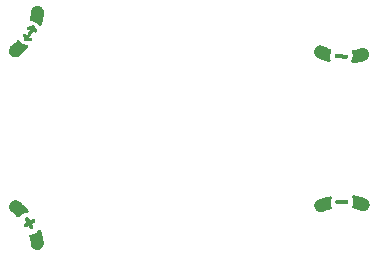
<source format=gbo>
%TF.GenerationSoftware,KiCad,Pcbnew,9.0.0*%
%TF.CreationDate,2025-03-25T13:50:56+00:00*%
%TF.ProjectId,vm_rp2040_pogo_mh_0.1,766d5f72-7032-4303-9430-5f706f676f5f,v0.1*%
%TF.SameCoordinates,Original*%
%TF.FileFunction,Legend,Bot*%
%TF.FilePolarity,Positive*%
%FSLAX45Y45*%
G04 Gerber Fmt 4.5, Leading zero omitted, Abs format (unit mm)*
G04 Created by KiCad (PCBNEW 9.0.0) date 2025-03-25 13:50:56*
%MOMM*%
%LPD*%
G01*
G04 APERTURE LIST*
%ADD10C,0.010000*%
G04 APERTURE END LIST*
D10*
%TO.C,MH3*%
X-1273165Y-610291D02*
X-1266828Y-611769D01*
X-1263640Y-612893D01*
X-1259823Y-614671D01*
X-1255701Y-617021D01*
X-1251229Y-619971D01*
X-1246357Y-623550D01*
X-1241630Y-627236D01*
X-1230373Y-636529D01*
X-1219535Y-646208D01*
X-1209192Y-656202D01*
X-1199417Y-666434D01*
X-1190286Y-676832D01*
X-1181874Y-687321D01*
X-1181853Y-687348D01*
X-1179819Y-690182D01*
X-1178377Y-692614D01*
X-1177498Y-694736D01*
X-1177155Y-696642D01*
X-1177320Y-698423D01*
X-1177963Y-700173D01*
X-1178206Y-700630D01*
X-1179425Y-702249D01*
X-1181106Y-703578D01*
X-1183329Y-704659D01*
X-1186175Y-705533D01*
X-1189725Y-706242D01*
X-1194297Y-707101D01*
X-1202716Y-709286D01*
X-1210948Y-712201D01*
X-1218902Y-715809D01*
X-1226491Y-720071D01*
X-1233626Y-724951D01*
X-1236531Y-727212D01*
X-1240638Y-730722D01*
X-1244617Y-734536D01*
X-1248696Y-738866D01*
X-1248758Y-738934D01*
X-1250641Y-740978D01*
X-1252150Y-742501D01*
X-1253407Y-743601D01*
X-1254532Y-744371D01*
X-1255647Y-744908D01*
X-1256872Y-745306D01*
X-1258502Y-745618D01*
X-1260235Y-745586D01*
X-1261954Y-745105D01*
X-1263743Y-744129D01*
X-1265686Y-742611D01*
X-1267867Y-740505D01*
X-1270369Y-737762D01*
X-1273798Y-733914D01*
X-1280177Y-727149D01*
X-1286752Y-720693D01*
X-1293665Y-714416D01*
X-1301058Y-708185D01*
X-1309074Y-701869D01*
X-1309110Y-701842D01*
X-1311269Y-700157D01*
X-1313381Y-698448D01*
X-1315299Y-696840D01*
X-1316874Y-695457D01*
X-1317958Y-694421D01*
X-1319556Y-692677D01*
X-1323239Y-687864D01*
X-1326316Y-682619D01*
X-1328759Y-677032D01*
X-1330536Y-671195D01*
X-1331618Y-665198D01*
X-1331976Y-659133D01*
X-1331578Y-653090D01*
X-1331524Y-652691D01*
X-1330321Y-646848D01*
X-1328400Y-641152D01*
X-1325814Y-635695D01*
X-1322622Y-630570D01*
X-1318880Y-625866D01*
X-1314643Y-621676D01*
X-1309969Y-618091D01*
X-1309159Y-617561D01*
X-1303611Y-614459D01*
X-1297827Y-612104D01*
X-1291848Y-610504D01*
X-1285717Y-609664D01*
X-1279476Y-609591D01*
X-1273165Y-610291D01*
G36*
X-1273165Y-610291D02*
G01*
X-1266828Y-611769D01*
X-1263640Y-612893D01*
X-1259823Y-614671D01*
X-1255701Y-617021D01*
X-1251229Y-619971D01*
X-1246357Y-623550D01*
X-1241630Y-627236D01*
X-1230373Y-636529D01*
X-1219535Y-646208D01*
X-1209192Y-656202D01*
X-1199417Y-666434D01*
X-1190286Y-676832D01*
X-1181874Y-687321D01*
X-1181853Y-687348D01*
X-1179819Y-690182D01*
X-1178377Y-692614D01*
X-1177498Y-694736D01*
X-1177155Y-696642D01*
X-1177320Y-698423D01*
X-1177963Y-700173D01*
X-1178206Y-700630D01*
X-1179425Y-702249D01*
X-1181106Y-703578D01*
X-1183329Y-704659D01*
X-1186175Y-705533D01*
X-1189725Y-706242D01*
X-1194297Y-707101D01*
X-1202716Y-709286D01*
X-1210948Y-712201D01*
X-1218902Y-715809D01*
X-1226491Y-720071D01*
X-1233626Y-724951D01*
X-1236531Y-727212D01*
X-1240638Y-730722D01*
X-1244617Y-734536D01*
X-1248696Y-738866D01*
X-1248758Y-738934D01*
X-1250641Y-740978D01*
X-1252150Y-742501D01*
X-1253407Y-743601D01*
X-1254532Y-744371D01*
X-1255647Y-744908D01*
X-1256872Y-745306D01*
X-1258502Y-745618D01*
X-1260235Y-745586D01*
X-1261954Y-745105D01*
X-1263743Y-744129D01*
X-1265686Y-742611D01*
X-1267867Y-740505D01*
X-1270369Y-737762D01*
X-1273798Y-733914D01*
X-1280177Y-727149D01*
X-1286752Y-720693D01*
X-1293665Y-714416D01*
X-1301058Y-708185D01*
X-1309074Y-701869D01*
X-1309110Y-701842D01*
X-1311269Y-700157D01*
X-1313381Y-698448D01*
X-1315299Y-696840D01*
X-1316874Y-695457D01*
X-1317958Y-694421D01*
X-1319556Y-692677D01*
X-1323239Y-687864D01*
X-1326316Y-682619D01*
X-1328759Y-677032D01*
X-1330536Y-671195D01*
X-1331618Y-665198D01*
X-1331976Y-659133D01*
X-1331578Y-653090D01*
X-1331524Y-652691D01*
X-1330321Y-646848D01*
X-1328400Y-641152D01*
X-1325814Y-635695D01*
X-1322622Y-630570D01*
X-1318880Y-625866D01*
X-1314643Y-621676D01*
X-1309969Y-618091D01*
X-1309159Y-617561D01*
X-1303611Y-614459D01*
X-1297827Y-612104D01*
X-1291848Y-610504D01*
X-1285717Y-609664D01*
X-1279476Y-609591D01*
X-1273165Y-610291D01*
G37*
X-1130097Y-766961D02*
X-1129436Y-767042D01*
X-1128760Y-767174D01*
X-1128024Y-767336D01*
X-1125965Y-767955D01*
X-1123243Y-769406D01*
X-1121025Y-771414D01*
X-1119369Y-773903D01*
X-1118337Y-776797D01*
X-1117988Y-780021D01*
X-1118043Y-780940D01*
X-1118616Y-783439D01*
X-1119722Y-785941D01*
X-1121246Y-788164D01*
X-1121536Y-788471D01*
X-1121981Y-788862D01*
X-1122592Y-789328D01*
X-1123412Y-789893D01*
X-1124479Y-790580D01*
X-1125836Y-791412D01*
X-1127523Y-792414D01*
X-1129580Y-793609D01*
X-1132048Y-795020D01*
X-1134968Y-796671D01*
X-1138381Y-798586D01*
X-1142327Y-800788D01*
X-1146846Y-803301D01*
X-1151981Y-806149D01*
X-1157770Y-809354D01*
X-1159051Y-810063D01*
X-1164878Y-813283D01*
X-1170058Y-816138D01*
X-1174627Y-818648D01*
X-1178623Y-820831D01*
X-1182082Y-822709D01*
X-1185042Y-824299D01*
X-1187540Y-825623D01*
X-1189612Y-826699D01*
X-1191295Y-827548D01*
X-1192627Y-828189D01*
X-1193645Y-828641D01*
X-1194385Y-828924D01*
X-1194884Y-829058D01*
X-1195026Y-829081D01*
X-1196222Y-829209D01*
X-1197390Y-829155D01*
X-1198790Y-828890D01*
X-1200677Y-828385D01*
X-1201958Y-828008D01*
X-1203325Y-827542D01*
X-1204304Y-827070D01*
X-1205123Y-826475D01*
X-1206009Y-825640D01*
X-1207774Y-823448D01*
X-1209091Y-820715D01*
X-1209713Y-817783D01*
X-1209632Y-814766D01*
X-1208838Y-811778D01*
X-1207323Y-808933D01*
X-1207189Y-808744D01*
X-1206925Y-808420D01*
X-1206583Y-808074D01*
X-1206122Y-807681D01*
X-1205501Y-807217D01*
X-1204679Y-806658D01*
X-1203614Y-805981D01*
X-1202265Y-805160D01*
X-1200592Y-804172D01*
X-1198554Y-802993D01*
X-1196109Y-801598D01*
X-1193215Y-799963D01*
X-1189833Y-798064D01*
X-1185921Y-795878D01*
X-1181438Y-793379D01*
X-1176342Y-790544D01*
X-1170594Y-787349D01*
X-1167345Y-785544D01*
X-1161764Y-782443D01*
X-1156812Y-779696D01*
X-1152446Y-777282D01*
X-1148622Y-775182D01*
X-1145298Y-773374D01*
X-1142431Y-771839D01*
X-1139978Y-770556D01*
X-1137896Y-769505D01*
X-1136141Y-768667D01*
X-1134672Y-768021D01*
X-1133445Y-767546D01*
X-1132416Y-767223D01*
X-1131545Y-767031D01*
X-1130786Y-766951D01*
X-1130097Y-766961D01*
G36*
X-1130097Y-766961D02*
G01*
X-1129436Y-767042D01*
X-1128760Y-767174D01*
X-1128024Y-767336D01*
X-1125965Y-767955D01*
X-1123243Y-769406D01*
X-1121025Y-771414D01*
X-1119369Y-773903D01*
X-1118337Y-776797D01*
X-1117988Y-780021D01*
X-1118043Y-780940D01*
X-1118616Y-783439D01*
X-1119722Y-785941D01*
X-1121246Y-788164D01*
X-1121536Y-788471D01*
X-1121981Y-788862D01*
X-1122592Y-789328D01*
X-1123412Y-789893D01*
X-1124479Y-790580D01*
X-1125836Y-791412D01*
X-1127523Y-792414D01*
X-1129580Y-793609D01*
X-1132048Y-795020D01*
X-1134968Y-796671D01*
X-1138381Y-798586D01*
X-1142327Y-800788D01*
X-1146846Y-803301D01*
X-1151981Y-806149D01*
X-1157770Y-809354D01*
X-1159051Y-810063D01*
X-1164878Y-813283D01*
X-1170058Y-816138D01*
X-1174627Y-818648D01*
X-1178623Y-820831D01*
X-1182082Y-822709D01*
X-1185042Y-824299D01*
X-1187540Y-825623D01*
X-1189612Y-826699D01*
X-1191295Y-827548D01*
X-1192627Y-828189D01*
X-1193645Y-828641D01*
X-1194385Y-828924D01*
X-1194884Y-829058D01*
X-1195026Y-829081D01*
X-1196222Y-829209D01*
X-1197390Y-829155D01*
X-1198790Y-828890D01*
X-1200677Y-828385D01*
X-1201958Y-828008D01*
X-1203325Y-827542D01*
X-1204304Y-827070D01*
X-1205123Y-826475D01*
X-1206009Y-825640D01*
X-1207774Y-823448D01*
X-1209091Y-820715D01*
X-1209713Y-817783D01*
X-1209632Y-814766D01*
X-1208838Y-811778D01*
X-1207323Y-808933D01*
X-1207189Y-808744D01*
X-1206925Y-808420D01*
X-1206583Y-808074D01*
X-1206122Y-807681D01*
X-1205501Y-807217D01*
X-1204679Y-806658D01*
X-1203614Y-805981D01*
X-1202265Y-805160D01*
X-1200592Y-804172D01*
X-1198554Y-802993D01*
X-1196109Y-801598D01*
X-1193215Y-799963D01*
X-1189833Y-798064D01*
X-1185921Y-795878D01*
X-1181438Y-793379D01*
X-1176342Y-790544D01*
X-1170594Y-787349D01*
X-1167345Y-785544D01*
X-1161764Y-782443D01*
X-1156812Y-779696D01*
X-1152446Y-777282D01*
X-1148622Y-775182D01*
X-1145298Y-773374D01*
X-1142431Y-771839D01*
X-1139978Y-770556D01*
X-1137896Y-769505D01*
X-1136141Y-768667D01*
X-1134672Y-768021D01*
X-1133445Y-767546D01*
X-1132416Y-767223D01*
X-1131545Y-767031D01*
X-1130786Y-766951D01*
X-1130097Y-766961D01*
G37*
X-1183521Y-753590D02*
X-1181021Y-754163D01*
X-1178519Y-755268D01*
X-1176296Y-756793D01*
X-1175989Y-757083D01*
X-1175598Y-757528D01*
X-1175132Y-758139D01*
X-1174567Y-758958D01*
X-1173880Y-760026D01*
X-1173048Y-761383D01*
X-1172046Y-763070D01*
X-1170852Y-765127D01*
X-1169440Y-767595D01*
X-1167789Y-770515D01*
X-1165874Y-773928D01*
X-1163672Y-777874D01*
X-1161159Y-782393D01*
X-1158312Y-787528D01*
X-1155106Y-793317D01*
X-1154397Y-794598D01*
X-1151177Y-800425D01*
X-1148322Y-805605D01*
X-1145812Y-810174D01*
X-1143629Y-814170D01*
X-1141751Y-817629D01*
X-1140161Y-820589D01*
X-1138837Y-823087D01*
X-1137761Y-825159D01*
X-1136912Y-826842D01*
X-1136271Y-828174D01*
X-1135819Y-829192D01*
X-1135536Y-829932D01*
X-1135402Y-830431D01*
X-1135379Y-830573D01*
X-1135251Y-831768D01*
X-1135305Y-832937D01*
X-1135570Y-834337D01*
X-1136075Y-836224D01*
X-1136452Y-837505D01*
X-1136918Y-838872D01*
X-1137390Y-839851D01*
X-1137985Y-840670D01*
X-1138820Y-841556D01*
X-1141012Y-843321D01*
X-1143745Y-844638D01*
X-1146677Y-845260D01*
X-1149694Y-845179D01*
X-1152682Y-844385D01*
X-1155528Y-842870D01*
X-1155716Y-842736D01*
X-1156040Y-842472D01*
X-1156386Y-842130D01*
X-1156779Y-841669D01*
X-1157243Y-841048D01*
X-1157802Y-840226D01*
X-1158479Y-839161D01*
X-1159300Y-837812D01*
X-1160288Y-836139D01*
X-1161468Y-834101D01*
X-1162863Y-831655D01*
X-1164497Y-828762D01*
X-1166396Y-825380D01*
X-1168582Y-821468D01*
X-1171081Y-816985D01*
X-1173916Y-811889D01*
X-1177111Y-806140D01*
X-1178916Y-802892D01*
X-1182017Y-797311D01*
X-1184764Y-792359D01*
X-1187178Y-787993D01*
X-1189279Y-784169D01*
X-1191086Y-780845D01*
X-1192622Y-777978D01*
X-1193904Y-775525D01*
X-1194955Y-773442D01*
X-1195793Y-771688D01*
X-1196439Y-770219D01*
X-1196914Y-768991D01*
X-1197237Y-767963D01*
X-1197429Y-767091D01*
X-1197509Y-766333D01*
X-1197499Y-765644D01*
X-1197418Y-764983D01*
X-1197286Y-764307D01*
X-1197124Y-763571D01*
X-1196505Y-761512D01*
X-1195054Y-758790D01*
X-1193047Y-756571D01*
X-1190557Y-754916D01*
X-1187663Y-753883D01*
X-1184439Y-753534D01*
X-1183521Y-753590D01*
G36*
X-1183521Y-753590D02*
G01*
X-1181021Y-754163D01*
X-1178519Y-755268D01*
X-1176296Y-756793D01*
X-1175989Y-757083D01*
X-1175598Y-757528D01*
X-1175132Y-758139D01*
X-1174567Y-758958D01*
X-1173880Y-760026D01*
X-1173048Y-761383D01*
X-1172046Y-763070D01*
X-1170852Y-765127D01*
X-1169440Y-767595D01*
X-1167789Y-770515D01*
X-1165874Y-773928D01*
X-1163672Y-777874D01*
X-1161159Y-782393D01*
X-1158312Y-787528D01*
X-1155106Y-793317D01*
X-1154397Y-794598D01*
X-1151177Y-800425D01*
X-1148322Y-805605D01*
X-1145812Y-810174D01*
X-1143629Y-814170D01*
X-1141751Y-817629D01*
X-1140161Y-820589D01*
X-1138837Y-823087D01*
X-1137761Y-825159D01*
X-1136912Y-826842D01*
X-1136271Y-828174D01*
X-1135819Y-829192D01*
X-1135536Y-829932D01*
X-1135402Y-830431D01*
X-1135379Y-830573D01*
X-1135251Y-831768D01*
X-1135305Y-832937D01*
X-1135570Y-834337D01*
X-1136075Y-836224D01*
X-1136452Y-837505D01*
X-1136918Y-838872D01*
X-1137390Y-839851D01*
X-1137985Y-840670D01*
X-1138820Y-841556D01*
X-1141012Y-843321D01*
X-1143745Y-844638D01*
X-1146677Y-845260D01*
X-1149694Y-845179D01*
X-1152682Y-844385D01*
X-1155528Y-842870D01*
X-1155716Y-842736D01*
X-1156040Y-842472D01*
X-1156386Y-842130D01*
X-1156779Y-841669D01*
X-1157243Y-841048D01*
X-1157802Y-840226D01*
X-1158479Y-839161D01*
X-1159300Y-837812D01*
X-1160288Y-836139D01*
X-1161468Y-834101D01*
X-1162863Y-831655D01*
X-1164497Y-828762D01*
X-1166396Y-825380D01*
X-1168582Y-821468D01*
X-1171081Y-816985D01*
X-1173916Y-811889D01*
X-1177111Y-806140D01*
X-1178916Y-802892D01*
X-1182017Y-797311D01*
X-1184764Y-792359D01*
X-1187178Y-787993D01*
X-1189279Y-784169D01*
X-1191086Y-780845D01*
X-1192622Y-777978D01*
X-1193904Y-775525D01*
X-1194955Y-773442D01*
X-1195793Y-771688D01*
X-1196439Y-770219D01*
X-1196914Y-768991D01*
X-1197237Y-767963D01*
X-1197429Y-767091D01*
X-1197509Y-766333D01*
X-1197499Y-765644D01*
X-1197418Y-764983D01*
X-1197286Y-764307D01*
X-1197124Y-763571D01*
X-1196505Y-761512D01*
X-1195054Y-758790D01*
X-1193047Y-756571D01*
X-1190557Y-754916D01*
X-1187663Y-753883D01*
X-1184439Y-753534D01*
X-1183521Y-753590D01*
G37*
X-1076931Y-859775D02*
X-1075200Y-860558D01*
X-1075024Y-860664D01*
X-1073855Y-861568D01*
X-1072793Y-862801D01*
X-1071771Y-864475D01*
X-1070719Y-866700D01*
X-1069566Y-869589D01*
X-1066888Y-877027D01*
X-1063224Y-888339D01*
X-1059870Y-900088D01*
X-1056871Y-912081D01*
X-1054275Y-924127D01*
X-1052128Y-936035D01*
X-1050478Y-947612D01*
X-1050251Y-949484D01*
X-1049724Y-953965D01*
X-1049307Y-957801D01*
X-1048993Y-961092D01*
X-1048777Y-963941D01*
X-1048653Y-966450D01*
X-1048615Y-968719D01*
X-1048659Y-970850D01*
X-1048778Y-972946D01*
X-1048968Y-975106D01*
X-1049086Y-976255D01*
X-1049419Y-979040D01*
X-1049775Y-981285D01*
X-1050188Y-983177D01*
X-1050689Y-984902D01*
X-1050744Y-985068D01*
X-1053094Y-991000D01*
X-1056045Y-996465D01*
X-1059547Y-1001437D01*
X-1063546Y-1005887D01*
X-1067992Y-1009790D01*
X-1072832Y-1013117D01*
X-1078015Y-1015842D01*
X-1083490Y-1017937D01*
X-1089205Y-1019374D01*
X-1095107Y-1020127D01*
X-1101146Y-1020169D01*
X-1107270Y-1019471D01*
X-1113426Y-1018007D01*
X-1118011Y-1016354D01*
X-1123386Y-1013684D01*
X-1128415Y-1010370D01*
X-1133033Y-1006476D01*
X-1137172Y-1002066D01*
X-1140766Y-997206D01*
X-1143748Y-991959D01*
X-1146052Y-986389D01*
X-1146527Y-984948D01*
X-1147091Y-983022D01*
X-1147555Y-981092D01*
X-1147946Y-979000D01*
X-1148293Y-976589D01*
X-1148624Y-973700D01*
X-1148968Y-970177D01*
X-1149272Y-967060D01*
X-1151009Y-953446D01*
X-1153374Y-940263D01*
X-1156379Y-927449D01*
X-1160037Y-914947D01*
X-1160716Y-912620D01*
X-1161220Y-910007D01*
X-1161246Y-907860D01*
X-1160780Y-906068D01*
X-1159805Y-904522D01*
X-1158306Y-903115D01*
X-1157391Y-902462D01*
X-1156275Y-901891D01*
X-1154921Y-901489D01*
X-1153051Y-901152D01*
X-1149682Y-900615D01*
X-1145801Y-899923D01*
X-1142345Y-899206D01*
X-1139106Y-898418D01*
X-1135875Y-897516D01*
X-1129984Y-895571D01*
X-1121908Y-892197D01*
X-1114154Y-888112D01*
X-1106756Y-883338D01*
X-1099745Y-877895D01*
X-1093152Y-871804D01*
X-1087008Y-865086D01*
X-1086630Y-864644D01*
X-1084341Y-862333D01*
X-1082136Y-860723D01*
X-1080062Y-859849D01*
X-1078605Y-859605D01*
X-1076931Y-859775D01*
G36*
X-1076931Y-859775D02*
G01*
X-1075200Y-860558D01*
X-1075024Y-860664D01*
X-1073855Y-861568D01*
X-1072793Y-862801D01*
X-1071771Y-864475D01*
X-1070719Y-866700D01*
X-1069566Y-869589D01*
X-1066888Y-877027D01*
X-1063224Y-888339D01*
X-1059870Y-900088D01*
X-1056871Y-912081D01*
X-1054275Y-924127D01*
X-1052128Y-936035D01*
X-1050478Y-947612D01*
X-1050251Y-949484D01*
X-1049724Y-953965D01*
X-1049307Y-957801D01*
X-1048993Y-961092D01*
X-1048777Y-963941D01*
X-1048653Y-966450D01*
X-1048615Y-968719D01*
X-1048659Y-970850D01*
X-1048778Y-972946D01*
X-1048968Y-975106D01*
X-1049086Y-976255D01*
X-1049419Y-979040D01*
X-1049775Y-981285D01*
X-1050188Y-983177D01*
X-1050689Y-984902D01*
X-1050744Y-985068D01*
X-1053094Y-991000D01*
X-1056045Y-996465D01*
X-1059547Y-1001437D01*
X-1063546Y-1005887D01*
X-1067992Y-1009790D01*
X-1072832Y-1013117D01*
X-1078015Y-1015842D01*
X-1083490Y-1017937D01*
X-1089205Y-1019374D01*
X-1095107Y-1020127D01*
X-1101146Y-1020169D01*
X-1107270Y-1019471D01*
X-1113426Y-1018007D01*
X-1118011Y-1016354D01*
X-1123386Y-1013684D01*
X-1128415Y-1010370D01*
X-1133033Y-1006476D01*
X-1137172Y-1002066D01*
X-1140766Y-997206D01*
X-1143748Y-991959D01*
X-1146052Y-986389D01*
X-1146527Y-984948D01*
X-1147091Y-983022D01*
X-1147555Y-981092D01*
X-1147946Y-979000D01*
X-1148293Y-976589D01*
X-1148624Y-973700D01*
X-1148968Y-970177D01*
X-1149272Y-967060D01*
X-1151009Y-953446D01*
X-1153374Y-940263D01*
X-1156379Y-927449D01*
X-1160037Y-914947D01*
X-1160716Y-912620D01*
X-1161220Y-910007D01*
X-1161246Y-907860D01*
X-1160780Y-906068D01*
X-1159805Y-904522D01*
X-1158306Y-903115D01*
X-1157391Y-902462D01*
X-1156275Y-901891D01*
X-1154921Y-901489D01*
X-1153051Y-901152D01*
X-1149682Y-900615D01*
X-1145801Y-899923D01*
X-1142345Y-899206D01*
X-1139106Y-898418D01*
X-1135875Y-897516D01*
X-1129984Y-895571D01*
X-1121908Y-892197D01*
X-1114154Y-888112D01*
X-1106756Y-883338D01*
X-1099745Y-877895D01*
X-1093152Y-871804D01*
X-1087008Y-865086D01*
X-1086630Y-864644D01*
X-1084341Y-862333D01*
X-1082136Y-860723D01*
X-1080062Y-859849D01*
X-1078605Y-859605D01*
X-1076931Y-859775D01*
G37*
%TO.C,MH1*%
X-1086456Y1034111D02*
X-1080658Y1032739D01*
X-1075140Y1030675D01*
X-1074262Y1030269D01*
X-1068691Y1027208D01*
X-1063629Y1023550D01*
X-1059104Y1019328D01*
X-1055143Y1014573D01*
X-1051773Y1009319D01*
X-1049022Y1003597D01*
X-1046918Y997439D01*
X-1046182Y994140D01*
X-1045666Y989960D01*
X-1045475Y985220D01*
X-1045607Y979864D01*
X-1046060Y973836D01*
X-1046682Y967874D01*
X-1048597Y953403D01*
X-1051063Y939083D01*
X-1054056Y925015D01*
X-1057554Y911303D01*
X-1061533Y898050D01*
X-1065970Y885358D01*
X-1065982Y885325D01*
X-1067308Y882099D01*
X-1068606Y879587D01*
X-1069940Y877717D01*
X-1071375Y876417D01*
X-1072972Y875612D01*
X-1074798Y875230D01*
X-1075313Y875194D01*
X-1077332Y875370D01*
X-1079350Y876091D01*
X-1081445Y877404D01*
X-1083695Y879354D01*
X-1086177Y881989D01*
X-1089329Y885410D01*
X-1095643Y891393D01*
X-1102477Y896829D01*
X-1109752Y901663D01*
X-1117388Y905840D01*
X-1125307Y909305D01*
X-1128764Y910570D01*
X-1133917Y912193D01*
X-1139260Y913546D01*
X-1145093Y914711D01*
X-1145184Y914728D01*
X-1147915Y915242D01*
X-1150007Y915714D01*
X-1151606Y916197D01*
X-1152855Y916743D01*
X-1153901Y917404D01*
X-1154888Y918232D01*
X-1156016Y919449D01*
X-1156907Y920936D01*
X-1157410Y922649D01*
X-1157531Y924683D01*
X-1157273Y927135D01*
X-1156642Y930100D01*
X-1155643Y933675D01*
X-1154196Y938623D01*
X-1151839Y947617D01*
X-1149849Y956614D01*
X-1148189Y965803D01*
X-1146822Y975375D01*
X-1145714Y985520D01*
X-1145710Y985564D01*
X-1145425Y988288D01*
X-1145095Y990985D01*
X-1144748Y993463D01*
X-1144409Y995533D01*
X-1144106Y997001D01*
X-1143473Y999281D01*
X-1141343Y1004954D01*
X-1138526Y1010343D01*
X-1135082Y1015375D01*
X-1131074Y1019976D01*
X-1126562Y1024071D01*
X-1121608Y1027589D01*
X-1116272Y1030453D01*
X-1115905Y1030619D01*
X-1110312Y1032696D01*
X-1104464Y1034084D01*
X-1098466Y1034783D01*
X-1092428Y1034792D01*
X-1086456Y1034111D01*
G36*
X-1086456Y1034111D02*
G01*
X-1080658Y1032739D01*
X-1075140Y1030675D01*
X-1074262Y1030269D01*
X-1068691Y1027208D01*
X-1063629Y1023550D01*
X-1059104Y1019328D01*
X-1055143Y1014573D01*
X-1051773Y1009319D01*
X-1049022Y1003597D01*
X-1046918Y997439D01*
X-1046182Y994140D01*
X-1045666Y989960D01*
X-1045475Y985220D01*
X-1045607Y979864D01*
X-1046060Y973836D01*
X-1046682Y967874D01*
X-1048597Y953403D01*
X-1051063Y939083D01*
X-1054056Y925015D01*
X-1057554Y911303D01*
X-1061533Y898050D01*
X-1065970Y885358D01*
X-1065982Y885325D01*
X-1067308Y882099D01*
X-1068606Y879587D01*
X-1069940Y877717D01*
X-1071375Y876417D01*
X-1072972Y875612D01*
X-1074798Y875230D01*
X-1075313Y875194D01*
X-1077332Y875370D01*
X-1079350Y876091D01*
X-1081445Y877404D01*
X-1083695Y879354D01*
X-1086177Y881989D01*
X-1089329Y885410D01*
X-1095643Y891393D01*
X-1102477Y896829D01*
X-1109752Y901663D01*
X-1117388Y905840D01*
X-1125307Y909305D01*
X-1128764Y910570D01*
X-1133917Y912193D01*
X-1139260Y913546D01*
X-1145093Y914711D01*
X-1145184Y914728D01*
X-1147915Y915242D01*
X-1150007Y915714D01*
X-1151606Y916197D01*
X-1152855Y916743D01*
X-1153901Y917404D01*
X-1154888Y918232D01*
X-1156016Y919449D01*
X-1156907Y920936D01*
X-1157410Y922649D01*
X-1157531Y924683D01*
X-1157273Y927135D01*
X-1156642Y930100D01*
X-1155643Y933675D01*
X-1154196Y938623D01*
X-1151839Y947617D01*
X-1149849Y956614D01*
X-1148189Y965803D01*
X-1146822Y975375D01*
X-1145714Y985520D01*
X-1145710Y985564D01*
X-1145425Y988288D01*
X-1145095Y990985D01*
X-1144748Y993463D01*
X-1144409Y995533D01*
X-1144106Y997001D01*
X-1143473Y999281D01*
X-1141343Y1004954D01*
X-1138526Y1010343D01*
X-1135082Y1015375D01*
X-1131074Y1019976D01*
X-1126562Y1024071D01*
X-1121608Y1027589D01*
X-1116272Y1030453D01*
X-1115905Y1030619D01*
X-1110312Y1032696D01*
X-1104464Y1034084D01*
X-1098466Y1034783D01*
X-1092428Y1034792D01*
X-1086456Y1034111D01*
G37*
X-1260034Y747086D02*
X-1258046Y746561D01*
X-1257007Y746131D01*
X-1255932Y745487D01*
X-1254873Y744551D01*
X-1253596Y743144D01*
X-1251356Y740572D01*
X-1248712Y737647D01*
X-1246272Y735097D01*
X-1243888Y732767D01*
X-1241411Y730505D01*
X-1236639Y726540D01*
X-1229498Y721479D01*
X-1221926Y717068D01*
X-1213957Y713324D01*
X-1205625Y710263D01*
X-1196966Y707899D01*
X-1188013Y706249D01*
X-1187438Y706163D01*
X-1184265Y705446D01*
X-1181731Y704430D01*
X-1179891Y703134D01*
X-1178912Y702027D01*
X-1178169Y700517D01*
X-1177916Y698635D01*
X-1177913Y698430D01*
X-1178060Y696958D01*
X-1178543Y695405D01*
X-1179420Y693652D01*
X-1180750Y691580D01*
X-1182589Y689071D01*
X-1187477Y682858D01*
X-1195129Y673757D01*
X-1203315Y664686D01*
X-1211897Y655788D01*
X-1220737Y647203D01*
X-1229698Y639072D01*
X-1238641Y631538D01*
X-1240109Y630353D01*
X-1243630Y627532D01*
X-1246661Y625145D01*
X-1249286Y623135D01*
X-1251588Y621442D01*
X-1253649Y620007D01*
X-1255554Y618773D01*
X-1257384Y617681D01*
X-1259225Y616672D01*
X-1261157Y615687D01*
X-1262194Y615179D01*
X-1264733Y613985D01*
X-1266825Y613098D01*
X-1268648Y612445D01*
X-1270377Y611956D01*
X-1270546Y611914D01*
X-1276822Y610764D01*
X-1283021Y610371D01*
X-1289092Y610706D01*
X-1294986Y611739D01*
X-1300652Y613441D01*
X-1306038Y615783D01*
X-1311096Y618734D01*
X-1315774Y622267D01*
X-1320021Y626352D01*
X-1323788Y630958D01*
X-1327023Y636058D01*
X-1329676Y641621D01*
X-1331697Y647617D01*
X-1332725Y652381D01*
X-1333309Y658354D01*
X-1333163Y664376D01*
X-1332308Y670355D01*
X-1330762Y676202D01*
X-1328544Y681825D01*
X-1325675Y687135D01*
X-1322173Y692041D01*
X-1321202Y693207D01*
X-1319868Y694706D01*
X-1318477Y696122D01*
X-1316910Y697562D01*
X-1315049Y699134D01*
X-1312775Y700946D01*
X-1309969Y703104D01*
X-1307487Y705014D01*
X-1296862Y713701D01*
X-1286935Y722693D01*
X-1277661Y732031D01*
X-1268996Y741759D01*
X-1267383Y743568D01*
X-1265435Y745379D01*
X-1263628Y746540D01*
X-1261861Y747094D01*
X-1260034Y747086D01*
G36*
X-1260034Y747086D02*
G01*
X-1258046Y746561D01*
X-1257007Y746131D01*
X-1255932Y745487D01*
X-1254873Y744551D01*
X-1253596Y743144D01*
X-1251356Y740572D01*
X-1248712Y737647D01*
X-1246272Y735097D01*
X-1243888Y732767D01*
X-1241411Y730505D01*
X-1236639Y726540D01*
X-1229498Y721479D01*
X-1221926Y717068D01*
X-1213957Y713324D01*
X-1205625Y710263D01*
X-1196966Y707899D01*
X-1188013Y706249D01*
X-1187438Y706163D01*
X-1184265Y705446D01*
X-1181731Y704430D01*
X-1179891Y703134D01*
X-1178912Y702027D01*
X-1178169Y700517D01*
X-1177916Y698635D01*
X-1177913Y698430D01*
X-1178060Y696958D01*
X-1178543Y695405D01*
X-1179420Y693652D01*
X-1180750Y691580D01*
X-1182589Y689071D01*
X-1187477Y682858D01*
X-1195129Y673757D01*
X-1203315Y664686D01*
X-1211897Y655788D01*
X-1220737Y647203D01*
X-1229698Y639072D01*
X-1238641Y631538D01*
X-1240109Y630353D01*
X-1243630Y627532D01*
X-1246661Y625145D01*
X-1249286Y623135D01*
X-1251588Y621442D01*
X-1253649Y620007D01*
X-1255554Y618773D01*
X-1257384Y617681D01*
X-1259225Y616672D01*
X-1261157Y615687D01*
X-1262194Y615179D01*
X-1264733Y613985D01*
X-1266825Y613098D01*
X-1268648Y612445D01*
X-1270377Y611956D01*
X-1270546Y611914D01*
X-1276822Y610764D01*
X-1283021Y610371D01*
X-1289092Y610706D01*
X-1294986Y611739D01*
X-1300652Y613441D01*
X-1306038Y615783D01*
X-1311096Y618734D01*
X-1315774Y622267D01*
X-1320021Y626352D01*
X-1323788Y630958D01*
X-1327023Y636058D01*
X-1329676Y641621D01*
X-1331697Y647617D01*
X-1332725Y652381D01*
X-1333309Y658354D01*
X-1333163Y664376D01*
X-1332308Y670355D01*
X-1330762Y676202D01*
X-1328544Y681825D01*
X-1325675Y687135D01*
X-1322173Y692041D01*
X-1321202Y693207D01*
X-1319868Y694706D01*
X-1318477Y696122D01*
X-1316910Y697562D01*
X-1315049Y699134D01*
X-1312775Y700946D01*
X-1309969Y703104D01*
X-1307487Y705014D01*
X-1296862Y713701D01*
X-1286935Y722693D01*
X-1277661Y732031D01*
X-1268996Y741759D01*
X-1267383Y743568D01*
X-1265435Y745379D01*
X-1263628Y746540D01*
X-1261861Y747094D01*
X-1260034Y747086D01*
G37*
X-1133651Y873750D02*
X-1132989Y873596D01*
X-1132295Y873383D01*
X-1131665Y873168D01*
X-1130723Y872777D01*
X-1129864Y872280D01*
X-1129029Y871606D01*
X-1128159Y870679D01*
X-1127194Y869429D01*
X-1126076Y867780D01*
X-1124744Y865660D01*
X-1123139Y862996D01*
X-1121202Y859715D01*
X-1119434Y856708D01*
X-1117438Y853317D01*
X-1115405Y849867D01*
X-1113444Y846544D01*
X-1111666Y843534D01*
X-1110179Y841022D01*
X-1108641Y838399D01*
X-1107239Y835911D01*
X-1106198Y833895D01*
X-1105478Y832248D01*
X-1105040Y830865D01*
X-1104846Y829644D01*
X-1104856Y828481D01*
X-1105033Y827272D01*
X-1105426Y825825D01*
X-1106621Y823472D01*
X-1108328Y821558D01*
X-1110424Y820138D01*
X-1112788Y819264D01*
X-1115300Y818992D01*
X-1117837Y819375D01*
X-1120279Y820467D01*
X-1120675Y820718D01*
X-1121378Y821203D01*
X-1122012Y821740D01*
X-1122642Y822420D01*
X-1123335Y823333D01*
X-1124157Y824572D01*
X-1125175Y826226D01*
X-1126455Y828387D01*
X-1128064Y831146D01*
X-1128565Y832006D01*
X-1129810Y834122D01*
X-1130910Y835962D01*
X-1131803Y837424D01*
X-1132425Y838403D01*
X-1132713Y838797D01*
X-1132891Y838636D01*
X-1133337Y837861D01*
X-1133977Y836554D01*
X-1134758Y834830D01*
X-1135622Y832802D01*
X-1138670Y825699D01*
X-1145378Y811547D01*
X-1152753Y797824D01*
X-1160794Y784534D01*
X-1169501Y771675D01*
X-1170236Y770642D01*
X-1171351Y769049D01*
X-1172228Y767767D01*
X-1172791Y766905D01*
X-1172963Y766576D01*
X-1172930Y766572D01*
X-1172338Y766581D01*
X-1171103Y766630D01*
X-1169344Y766713D01*
X-1167181Y766823D01*
X-1164734Y766957D01*
X-1164319Y766980D01*
X-1161803Y767108D01*
X-1159505Y767207D01*
X-1157571Y767271D01*
X-1156142Y767296D01*
X-1155363Y767277D01*
X-1154348Y767069D01*
X-1152487Y766338D01*
X-1150645Y765267D01*
X-1149143Y764025D01*
X-1148603Y763366D01*
X-1147594Y761519D01*
X-1146868Y759338D01*
X-1146513Y757126D01*
X-1146614Y755187D01*
X-1147359Y753046D01*
X-1148647Y750916D01*
X-1150250Y749228D01*
X-1150404Y749107D01*
X-1151055Y748663D01*
X-1151805Y748280D01*
X-1152727Y747946D01*
X-1153887Y747654D01*
X-1155356Y747393D01*
X-1157203Y747156D01*
X-1159497Y746931D01*
X-1162307Y746711D01*
X-1165702Y746486D01*
X-1169752Y746246D01*
X-1174526Y745983D01*
X-1178015Y745791D01*
X-1181616Y745584D01*
X-1184921Y745386D01*
X-1187848Y745200D01*
X-1190314Y745033D01*
X-1192236Y744891D01*
X-1193532Y744778D01*
X-1194117Y744701D01*
X-1194687Y744605D01*
X-1196223Y744666D01*
X-1198012Y745016D01*
X-1199756Y745590D01*
X-1201162Y746318D01*
X-1201510Y746558D01*
X-1202185Y747050D01*
X-1202772Y747559D01*
X-1203298Y748155D01*
X-1203789Y748905D01*
X-1204268Y749878D01*
X-1204763Y751142D01*
X-1205298Y752766D01*
X-1205899Y754818D01*
X-1206591Y757367D01*
X-1207399Y760480D01*
X-1208350Y764226D01*
X-1209467Y768674D01*
X-1209895Y770379D01*
X-1211001Y774795D01*
X-1211931Y778529D01*
X-1212699Y781648D01*
X-1213320Y784215D01*
X-1213808Y786298D01*
X-1214177Y787961D01*
X-1214441Y789270D01*
X-1214614Y790289D01*
X-1214710Y791085D01*
X-1214744Y791722D01*
X-1214730Y792267D01*
X-1214681Y792784D01*
X-1214436Y794031D01*
X-1213424Y796384D01*
X-1211823Y798460D01*
X-1209768Y800106D01*
X-1207396Y801164D01*
X-1206389Y801392D01*
X-1203708Y801478D01*
X-1201072Y800877D01*
X-1198666Y799648D01*
X-1196676Y797847D01*
X-1196426Y797527D01*
X-1195987Y796824D01*
X-1195566Y795895D01*
X-1195109Y794603D01*
X-1194568Y792813D01*
X-1193890Y790388D01*
X-1193666Y789561D01*
X-1193011Y787077D01*
X-1192387Y784621D01*
X-1191855Y782438D01*
X-1191478Y780773D01*
X-1190741Y777284D01*
X-1189581Y778815D01*
X-1186405Y783118D01*
X-1180519Y791685D01*
X-1174763Y800817D01*
X-1169224Y810364D01*
X-1163984Y820178D01*
X-1159131Y830110D01*
X-1154747Y840009D01*
X-1154556Y840465D01*
X-1153544Y842882D01*
X-1152824Y844657D01*
X-1152391Y845872D01*
X-1152240Y846609D01*
X-1152367Y846947D01*
X-1152766Y846970D01*
X-1153432Y846756D01*
X-1154360Y846389D01*
X-1155155Y846090D01*
X-1156764Y845516D01*
X-1158815Y844807D01*
X-1161126Y844025D01*
X-1163515Y843234D01*
X-1163546Y843223D01*
X-1165977Y842432D01*
X-1167797Y841863D01*
X-1169142Y841485D01*
X-1170154Y841269D01*
X-1170971Y841186D01*
X-1171731Y841205D01*
X-1172575Y841298D01*
X-1172711Y841316D01*
X-1174817Y841874D01*
X-1176756Y842814D01*
X-1176813Y842851D01*
X-1178778Y844553D01*
X-1180183Y846648D01*
X-1181029Y849001D01*
X-1181314Y851475D01*
X-1181037Y853934D01*
X-1180199Y856243D01*
X-1178798Y858265D01*
X-1176834Y859864D01*
X-1176749Y859909D01*
X-1175954Y860246D01*
X-1174502Y860803D01*
X-1172472Y861554D01*
X-1169940Y862470D01*
X-1166982Y863524D01*
X-1163676Y864687D01*
X-1160098Y865934D01*
X-1156325Y867235D01*
X-1153318Y868267D01*
X-1149278Y869648D01*
X-1145878Y870797D01*
X-1143050Y871734D01*
X-1140727Y872474D01*
X-1138843Y873035D01*
X-1137331Y873433D01*
X-1136122Y873687D01*
X-1135151Y873813D01*
X-1134349Y873828D01*
X-1133651Y873750D01*
G36*
X-1133651Y873750D02*
G01*
X-1132989Y873596D01*
X-1132295Y873383D01*
X-1131665Y873168D01*
X-1130723Y872777D01*
X-1129864Y872280D01*
X-1129029Y871606D01*
X-1128159Y870679D01*
X-1127194Y869429D01*
X-1126076Y867780D01*
X-1124744Y865660D01*
X-1123139Y862996D01*
X-1121202Y859715D01*
X-1119434Y856708D01*
X-1117438Y853317D01*
X-1115405Y849867D01*
X-1113444Y846544D01*
X-1111666Y843534D01*
X-1110179Y841022D01*
X-1108641Y838399D01*
X-1107239Y835911D01*
X-1106198Y833895D01*
X-1105478Y832248D01*
X-1105040Y830865D01*
X-1104846Y829644D01*
X-1104856Y828481D01*
X-1105033Y827272D01*
X-1105426Y825825D01*
X-1106621Y823472D01*
X-1108328Y821558D01*
X-1110424Y820138D01*
X-1112788Y819264D01*
X-1115300Y818992D01*
X-1117837Y819375D01*
X-1120279Y820467D01*
X-1120675Y820718D01*
X-1121378Y821203D01*
X-1122012Y821740D01*
X-1122642Y822420D01*
X-1123335Y823333D01*
X-1124157Y824572D01*
X-1125175Y826226D01*
X-1126455Y828387D01*
X-1128064Y831146D01*
X-1128565Y832006D01*
X-1129810Y834122D01*
X-1130910Y835962D01*
X-1131803Y837424D01*
X-1132425Y838403D01*
X-1132713Y838797D01*
X-1132891Y838636D01*
X-1133337Y837861D01*
X-1133977Y836554D01*
X-1134758Y834830D01*
X-1135622Y832802D01*
X-1138670Y825699D01*
X-1145378Y811547D01*
X-1152753Y797824D01*
X-1160794Y784534D01*
X-1169501Y771675D01*
X-1170236Y770642D01*
X-1171351Y769049D01*
X-1172228Y767767D01*
X-1172791Y766905D01*
X-1172963Y766576D01*
X-1172930Y766572D01*
X-1172338Y766581D01*
X-1171103Y766630D01*
X-1169344Y766713D01*
X-1167181Y766823D01*
X-1164734Y766957D01*
X-1164319Y766980D01*
X-1161803Y767108D01*
X-1159505Y767207D01*
X-1157571Y767271D01*
X-1156142Y767296D01*
X-1155363Y767277D01*
X-1154348Y767069D01*
X-1152487Y766338D01*
X-1150645Y765267D01*
X-1149143Y764025D01*
X-1148603Y763366D01*
X-1147594Y761519D01*
X-1146868Y759338D01*
X-1146513Y757126D01*
X-1146614Y755187D01*
X-1147359Y753046D01*
X-1148647Y750916D01*
X-1150250Y749228D01*
X-1150404Y749107D01*
X-1151055Y748663D01*
X-1151805Y748280D01*
X-1152727Y747946D01*
X-1153887Y747654D01*
X-1155356Y747393D01*
X-1157203Y747156D01*
X-1159497Y746931D01*
X-1162307Y746711D01*
X-1165702Y746486D01*
X-1169752Y746246D01*
X-1174526Y745983D01*
X-1178015Y745791D01*
X-1181616Y745584D01*
X-1184921Y745386D01*
X-1187848Y745200D01*
X-1190314Y745033D01*
X-1192236Y744891D01*
X-1193532Y744778D01*
X-1194117Y744701D01*
X-1194687Y744605D01*
X-1196223Y744666D01*
X-1198012Y745016D01*
X-1199756Y745590D01*
X-1201162Y746318D01*
X-1201510Y746558D01*
X-1202185Y747050D01*
X-1202772Y747559D01*
X-1203298Y748155D01*
X-1203789Y748905D01*
X-1204268Y749878D01*
X-1204763Y751142D01*
X-1205298Y752766D01*
X-1205899Y754818D01*
X-1206591Y757367D01*
X-1207399Y760480D01*
X-1208350Y764226D01*
X-1209467Y768674D01*
X-1209895Y770379D01*
X-1211001Y774795D01*
X-1211931Y778529D01*
X-1212699Y781648D01*
X-1213320Y784215D01*
X-1213808Y786298D01*
X-1214177Y787961D01*
X-1214441Y789270D01*
X-1214614Y790289D01*
X-1214710Y791085D01*
X-1214744Y791722D01*
X-1214730Y792267D01*
X-1214681Y792784D01*
X-1214436Y794031D01*
X-1213424Y796384D01*
X-1211823Y798460D01*
X-1209768Y800106D01*
X-1207396Y801164D01*
X-1206389Y801392D01*
X-1203708Y801478D01*
X-1201072Y800877D01*
X-1198666Y799648D01*
X-1196676Y797847D01*
X-1196426Y797527D01*
X-1195987Y796824D01*
X-1195566Y795895D01*
X-1195109Y794603D01*
X-1194568Y792813D01*
X-1193890Y790388D01*
X-1193666Y789561D01*
X-1193011Y787077D01*
X-1192387Y784621D01*
X-1191855Y782438D01*
X-1191478Y780773D01*
X-1190741Y777284D01*
X-1189581Y778815D01*
X-1186405Y783118D01*
X-1180519Y791685D01*
X-1174763Y800817D01*
X-1169224Y810364D01*
X-1163984Y820178D01*
X-1159131Y830110D01*
X-1154747Y840009D01*
X-1154556Y840465D01*
X-1153544Y842882D01*
X-1152824Y844657D01*
X-1152391Y845872D01*
X-1152240Y846609D01*
X-1152367Y846947D01*
X-1152766Y846970D01*
X-1153432Y846756D01*
X-1154360Y846389D01*
X-1155155Y846090D01*
X-1156764Y845516D01*
X-1158815Y844807D01*
X-1161126Y844025D01*
X-1163515Y843234D01*
X-1163546Y843223D01*
X-1165977Y842432D01*
X-1167797Y841863D01*
X-1169142Y841485D01*
X-1170154Y841269D01*
X-1170971Y841186D01*
X-1171731Y841205D01*
X-1172575Y841298D01*
X-1172711Y841316D01*
X-1174817Y841874D01*
X-1176756Y842814D01*
X-1176813Y842851D01*
X-1178778Y844553D01*
X-1180183Y846648D01*
X-1181029Y849001D01*
X-1181314Y851475D01*
X-1181037Y853934D01*
X-1180199Y856243D01*
X-1178798Y858265D01*
X-1176834Y859864D01*
X-1176749Y859909D01*
X-1175954Y860246D01*
X-1174502Y860803D01*
X-1172472Y861554D01*
X-1169940Y862470D01*
X-1166982Y863524D01*
X-1163676Y864687D01*
X-1160098Y865934D01*
X-1156325Y867235D01*
X-1153318Y868267D01*
X-1149278Y869648D01*
X-1145878Y870797D01*
X-1143050Y871734D01*
X-1140727Y872474D01*
X-1138843Y873035D01*
X-1137331Y873433D01*
X-1136122Y873687D01*
X-1135151Y873813D01*
X-1134349Y873828D01*
X-1133651Y873750D01*
G37*
%TO.C,MH2*%
X1662754Y679488D02*
X1668752Y678388D01*
X1674585Y676598D01*
X1680162Y674141D01*
X1685390Y671046D01*
X1690177Y667337D01*
X1690478Y667069D01*
X1694650Y662805D01*
X1698297Y658026D01*
X1701375Y652832D01*
X1703840Y647319D01*
X1705646Y641586D01*
X1706751Y635731D01*
X1707110Y629851D01*
X1707096Y628884D01*
X1706565Y622549D01*
X1705283Y616438D01*
X1703266Y610586D01*
X1700534Y605034D01*
X1697104Y599818D01*
X1692996Y594978D01*
X1688227Y590551D01*
X1685512Y588536D01*
X1681904Y586365D01*
X1677651Y584263D01*
X1672703Y582205D01*
X1667012Y580167D01*
X1661313Y578310D01*
X1647315Y574174D01*
X1633229Y570601D01*
X1619160Y567614D01*
X1605211Y565232D01*
X1591485Y563477D01*
X1578086Y562368D01*
X1578051Y562366D01*
X1574564Y562265D01*
X1571742Y562429D01*
X1569491Y562887D01*
X1567719Y563669D01*
X1566334Y564801D01*
X1565243Y566313D01*
X1565001Y566770D01*
X1564340Y568686D01*
X1564178Y570823D01*
X1564525Y573270D01*
X1565392Y576119D01*
X1566789Y579458D01*
X1568633Y583729D01*
X1571530Y591931D01*
X1573716Y600385D01*
X1575173Y608997D01*
X1575884Y617672D01*
X1575828Y626315D01*
X1575577Y629988D01*
X1574964Y635355D01*
X1574027Y640788D01*
X1572719Y646590D01*
X1572697Y646680D01*
X1572056Y649384D01*
X1571637Y651487D01*
X1571428Y653144D01*
X1571418Y654507D01*
X1571597Y655732D01*
X1571952Y656970D01*
X1572604Y658496D01*
X1573600Y659914D01*
X1574960Y661071D01*
X1576770Y662008D01*
X1579115Y662770D01*
X1582080Y663400D01*
X1585753Y663941D01*
X1590861Y664632D01*
X1600036Y666137D01*
X1609065Y667978D01*
X1618135Y670199D01*
X1627435Y672844D01*
X1637153Y675958D01*
X1637196Y675972D01*
X1639800Y676820D01*
X1642398Y677615D01*
X1644803Y678306D01*
X1646831Y678838D01*
X1648296Y679158D01*
X1650636Y679508D01*
X1656685Y679869D01*
X1662754Y679488D01*
G36*
X1662754Y679488D02*
G01*
X1668752Y678388D01*
X1674585Y676598D01*
X1680162Y674141D01*
X1685390Y671046D01*
X1690177Y667337D01*
X1690478Y667069D01*
X1694650Y662805D01*
X1698297Y658026D01*
X1701375Y652832D01*
X1703840Y647319D01*
X1705646Y641586D01*
X1706751Y635731D01*
X1707110Y629851D01*
X1707096Y628884D01*
X1706565Y622549D01*
X1705283Y616438D01*
X1703266Y610586D01*
X1700534Y605034D01*
X1697104Y599818D01*
X1692996Y594978D01*
X1688227Y590551D01*
X1685512Y588536D01*
X1681904Y586365D01*
X1677651Y584263D01*
X1672703Y582205D01*
X1667012Y580167D01*
X1661313Y578310D01*
X1647315Y574174D01*
X1633229Y570601D01*
X1619160Y567614D01*
X1605211Y565232D01*
X1591485Y563477D01*
X1578086Y562368D01*
X1578051Y562366D01*
X1574564Y562265D01*
X1571742Y562429D01*
X1569491Y562887D01*
X1567719Y563669D01*
X1566334Y564801D01*
X1565243Y566313D01*
X1565001Y566770D01*
X1564340Y568686D01*
X1564178Y570823D01*
X1564525Y573270D01*
X1565392Y576119D01*
X1566789Y579458D01*
X1568633Y583729D01*
X1571530Y591931D01*
X1573716Y600385D01*
X1575173Y608997D01*
X1575884Y617672D01*
X1575828Y626315D01*
X1575577Y629988D01*
X1574964Y635355D01*
X1574027Y640788D01*
X1572719Y646590D01*
X1572697Y646680D01*
X1572056Y649384D01*
X1571637Y651487D01*
X1571428Y653144D01*
X1571418Y654507D01*
X1571597Y655732D01*
X1571952Y656970D01*
X1572604Y658496D01*
X1573600Y659914D01*
X1574960Y661071D01*
X1576770Y662008D01*
X1579115Y662770D01*
X1582080Y663400D01*
X1585753Y663941D01*
X1590861Y664632D01*
X1600036Y666137D01*
X1609065Y667978D01*
X1618135Y670199D01*
X1627435Y672844D01*
X1637153Y675958D01*
X1637196Y675972D01*
X1639800Y676820D01*
X1642398Y677615D01*
X1644803Y678306D01*
X1646831Y678838D01*
X1648296Y679158D01*
X1650636Y679508D01*
X1656685Y679869D01*
X1662754Y679488D01*
G37*
X1306253Y701543D02*
X1312159Y700339D01*
X1313619Y699926D01*
X1315531Y699317D01*
X1317390Y698623D01*
X1319343Y697777D01*
X1321536Y696717D01*
X1324116Y695376D01*
X1327229Y693690D01*
X1329984Y692200D01*
X1342241Y686027D01*
X1354493Y680615D01*
X1366796Y675941D01*
X1379207Y671982D01*
X1381516Y671245D01*
X1383963Y670201D01*
X1385759Y669022D01*
X1386984Y667634D01*
X1387720Y665961D01*
X1388048Y663932D01*
X1388078Y662807D01*
X1387927Y661563D01*
X1387503Y660216D01*
X1386737Y658477D01*
X1385298Y655384D01*
X1383701Y651780D01*
X1382363Y648513D01*
X1381205Y645387D01*
X1380146Y642204D01*
X1378465Y636233D01*
X1376746Y627650D01*
X1375796Y618939D01*
X1375618Y610136D01*
X1376210Y601279D01*
X1377572Y592407D01*
X1379706Y583557D01*
X1379861Y582997D01*
X1380497Y579807D01*
X1380599Y577078D01*
X1380164Y574871D01*
X1379551Y573526D01*
X1378474Y572233D01*
X1376857Y571236D01*
X1376671Y571150D01*
X1375267Y570686D01*
X1373651Y570495D01*
X1371693Y570584D01*
X1369259Y570955D01*
X1366220Y571615D01*
X1358556Y573554D01*
X1347129Y576843D01*
X1335513Y580631D01*
X1323893Y584852D01*
X1312454Y589436D01*
X1301382Y594315D01*
X1290862Y599420D01*
X1289182Y600279D01*
X1285173Y602348D01*
X1281760Y604147D01*
X1278855Y605727D01*
X1276373Y607141D01*
X1274224Y608441D01*
X1272322Y609679D01*
X1270579Y610907D01*
X1268909Y612178D01*
X1267223Y613543D01*
X1266337Y614283D01*
X1264214Y616117D01*
X1262553Y617668D01*
X1261215Y619067D01*
X1260065Y620448D01*
X1259958Y620586D01*
X1256354Y625851D01*
X1253474Y631354D01*
X1251310Y637037D01*
X1249857Y642841D01*
X1249107Y648709D01*
X1249056Y654583D01*
X1249695Y660404D01*
X1251020Y666114D01*
X1253024Y671655D01*
X1255700Y676970D01*
X1259043Y682000D01*
X1263045Y686686D01*
X1267702Y690972D01*
X1271636Y693848D01*
X1276855Y696811D01*
X1282415Y699127D01*
X1288225Y700778D01*
X1294195Y701743D01*
X1300235Y702005D01*
X1306253Y701543D01*
G36*
X1306253Y701543D02*
G01*
X1312159Y700339D01*
X1313619Y699926D01*
X1315531Y699317D01*
X1317390Y698623D01*
X1319343Y697777D01*
X1321536Y696717D01*
X1324116Y695376D01*
X1327229Y693690D01*
X1329984Y692200D01*
X1342241Y686027D01*
X1354493Y680615D01*
X1366796Y675941D01*
X1379207Y671982D01*
X1381516Y671245D01*
X1383963Y670201D01*
X1385759Y669022D01*
X1386984Y667634D01*
X1387720Y665961D01*
X1388048Y663932D01*
X1388078Y662807D01*
X1387927Y661563D01*
X1387503Y660216D01*
X1386737Y658477D01*
X1385298Y655384D01*
X1383701Y651780D01*
X1382363Y648513D01*
X1381205Y645387D01*
X1380146Y642204D01*
X1378465Y636233D01*
X1376746Y627650D01*
X1375796Y618939D01*
X1375618Y610136D01*
X1376210Y601279D01*
X1377572Y592407D01*
X1379706Y583557D01*
X1379861Y582997D01*
X1380497Y579807D01*
X1380599Y577078D01*
X1380164Y574871D01*
X1379551Y573526D01*
X1378474Y572233D01*
X1376857Y571236D01*
X1376671Y571150D01*
X1375267Y570686D01*
X1373651Y570495D01*
X1371693Y570584D01*
X1369259Y570955D01*
X1366220Y571615D01*
X1358556Y573554D01*
X1347129Y576843D01*
X1335513Y580631D01*
X1323893Y584852D01*
X1312454Y589436D01*
X1301382Y594315D01*
X1290862Y599420D01*
X1289182Y600279D01*
X1285173Y602348D01*
X1281760Y604147D01*
X1278855Y605727D01*
X1276373Y607141D01*
X1274224Y608441D01*
X1272322Y609679D01*
X1270579Y610907D01*
X1268909Y612178D01*
X1267223Y613543D01*
X1266337Y614283D01*
X1264214Y616117D01*
X1262553Y617668D01*
X1261215Y619067D01*
X1260065Y620448D01*
X1259958Y620586D01*
X1256354Y625851D01*
X1253474Y631354D01*
X1251310Y637037D01*
X1249857Y642841D01*
X1249107Y648709D01*
X1249056Y654583D01*
X1249695Y660404D01*
X1251020Y666114D01*
X1253024Y671655D01*
X1255700Y676970D01*
X1259043Y682000D01*
X1263045Y686686D01*
X1267702Y690972D01*
X1271636Y693848D01*
X1276855Y696811D01*
X1282415Y699127D01*
X1288225Y700778D01*
X1294195Y701743D01*
X1300235Y702005D01*
X1306253Y701543D01*
G37*
X1438518Y629553D02*
X1440095Y629480D01*
X1442034Y629363D01*
X1444384Y629201D01*
X1447191Y628990D01*
X1450504Y628727D01*
X1454370Y628410D01*
X1458836Y628035D01*
X1463950Y627600D01*
X1469759Y627100D01*
X1476312Y626535D01*
X1480015Y626215D01*
X1486375Y625665D01*
X1492017Y625173D01*
X1496986Y624733D01*
X1501331Y624336D01*
X1505098Y623976D01*
X1508333Y623645D01*
X1511084Y623337D01*
X1513398Y623043D01*
X1515321Y622757D01*
X1516901Y622471D01*
X1518183Y622179D01*
X1519216Y621872D01*
X1520046Y621543D01*
X1520721Y621186D01*
X1521286Y620792D01*
X1521788Y620355D01*
X1522276Y619867D01*
X1522794Y619322D01*
X1524156Y617658D01*
X1525601Y614933D01*
X1526318Y612027D01*
X1526298Y609038D01*
X1525535Y606061D01*
X1524022Y603193D01*
X1523463Y602463D01*
X1521589Y600711D01*
X1519274Y599255D01*
X1516767Y598265D01*
X1516355Y598172D01*
X1515767Y598096D01*
X1515000Y598052D01*
X1514005Y598042D01*
X1512736Y598070D01*
X1511145Y598138D01*
X1509187Y598251D01*
X1506814Y598411D01*
X1503978Y598621D01*
X1500634Y598885D01*
X1496734Y599206D01*
X1492231Y599587D01*
X1487079Y600031D01*
X1481230Y600541D01*
X1474638Y601121D01*
X1473180Y601250D01*
X1466548Y601839D01*
X1460657Y602368D01*
X1455466Y602843D01*
X1450932Y603267D01*
X1447014Y603645D01*
X1443671Y603981D01*
X1440860Y604280D01*
X1438541Y604547D01*
X1436670Y604785D01*
X1435208Y604998D01*
X1434112Y605193D01*
X1433340Y605371D01*
X1432851Y605539D01*
X1432720Y605600D01*
X1431658Y606163D01*
X1430719Y606861D01*
X1429707Y607863D01*
X1428424Y609337D01*
X1427574Y610366D01*
X1426701Y611517D01*
X1426153Y612456D01*
X1425807Y613407D01*
X1425539Y614594D01*
X1425301Y617399D01*
X1425738Y620401D01*
X1426862Y623180D01*
X1428616Y625635D01*
X1430945Y627668D01*
X1433793Y629180D01*
X1434009Y629261D01*
X1434409Y629382D01*
X1434886Y629479D01*
X1435488Y629547D01*
X1436262Y629584D01*
X1437256Y629587D01*
X1438518Y629553D01*
G36*
X1438518Y629553D02*
G01*
X1440095Y629480D01*
X1442034Y629363D01*
X1444384Y629201D01*
X1447191Y628990D01*
X1450504Y628727D01*
X1454370Y628410D01*
X1458836Y628035D01*
X1463950Y627600D01*
X1469759Y627100D01*
X1476312Y626535D01*
X1480015Y626215D01*
X1486375Y625665D01*
X1492017Y625173D01*
X1496986Y624733D01*
X1501331Y624336D01*
X1505098Y623976D01*
X1508333Y623645D01*
X1511084Y623337D01*
X1513398Y623043D01*
X1515321Y622757D01*
X1516901Y622471D01*
X1518183Y622179D01*
X1519216Y621872D01*
X1520046Y621543D01*
X1520721Y621186D01*
X1521286Y620792D01*
X1521788Y620355D01*
X1522276Y619867D01*
X1522794Y619322D01*
X1524156Y617658D01*
X1525601Y614933D01*
X1526318Y612027D01*
X1526298Y609038D01*
X1525535Y606061D01*
X1524022Y603193D01*
X1523463Y602463D01*
X1521589Y600711D01*
X1519274Y599255D01*
X1516767Y598265D01*
X1516355Y598172D01*
X1515767Y598096D01*
X1515000Y598052D01*
X1514005Y598042D01*
X1512736Y598070D01*
X1511145Y598138D01*
X1509187Y598251D01*
X1506814Y598411D01*
X1503978Y598621D01*
X1500634Y598885D01*
X1496734Y599206D01*
X1492231Y599587D01*
X1487079Y600031D01*
X1481230Y600541D01*
X1474638Y601121D01*
X1473180Y601250D01*
X1466548Y601839D01*
X1460657Y602368D01*
X1455466Y602843D01*
X1450932Y603267D01*
X1447014Y603645D01*
X1443671Y603981D01*
X1440860Y604280D01*
X1438541Y604547D01*
X1436670Y604785D01*
X1435208Y604998D01*
X1434112Y605193D01*
X1433340Y605371D01*
X1432851Y605539D01*
X1432720Y605600D01*
X1431658Y606163D01*
X1430719Y606861D01*
X1429707Y607863D01*
X1428424Y609337D01*
X1427574Y610366D01*
X1426701Y611517D01*
X1426153Y612456D01*
X1425807Y613407D01*
X1425539Y614594D01*
X1425301Y617399D01*
X1425738Y620401D01*
X1426862Y623180D01*
X1428616Y625635D01*
X1430945Y627668D01*
X1433793Y629180D01*
X1434009Y629261D01*
X1434409Y629382D01*
X1434886Y629479D01*
X1435488Y629547D01*
X1436262Y629584D01*
X1437256Y629587D01*
X1438518Y629553D01*
G37*
%TO.C,MH4*%
X1383174Y-577049D02*
X1385007Y-577673D01*
X1386486Y-578681D01*
X1387705Y-580092D01*
X1387986Y-580525D01*
X1388811Y-582377D01*
X1389159Y-584491D01*
X1389027Y-586960D01*
X1388411Y-589873D01*
X1387310Y-593322D01*
X1385845Y-597736D01*
X1383674Y-606160D01*
X1382233Y-614772D01*
X1381532Y-623478D01*
X1381581Y-632182D01*
X1382390Y-640788D01*
X1382959Y-644425D01*
X1384038Y-649718D01*
X1385445Y-655048D01*
X1387253Y-660715D01*
X1387283Y-660802D01*
X1388158Y-663440D01*
X1388759Y-665499D01*
X1389111Y-667131D01*
X1389239Y-668488D01*
X1389168Y-669724D01*
X1388923Y-670988D01*
X1388406Y-672565D01*
X1387537Y-674065D01*
X1386283Y-675336D01*
X1384562Y-676427D01*
X1382293Y-677391D01*
X1379393Y-678276D01*
X1375782Y-679135D01*
X1370753Y-680269D01*
X1361744Y-682568D01*
X1352910Y-685189D01*
X1344068Y-688192D01*
X1335034Y-691637D01*
X1325624Y-695586D01*
X1325583Y-695604D01*
X1323063Y-696676D01*
X1320544Y-697695D01*
X1318208Y-698592D01*
X1316234Y-699299D01*
X1314803Y-699746D01*
X1312502Y-700298D01*
X1306508Y-701185D01*
X1300428Y-701334D01*
X1294358Y-700762D01*
X1288391Y-699486D01*
X1282621Y-697525D01*
X1277143Y-694897D01*
X1272051Y-691620D01*
X1271728Y-691379D01*
X1267200Y-687495D01*
X1263150Y-683052D01*
X1259631Y-678146D01*
X1256696Y-672869D01*
X1254396Y-667315D01*
X1252786Y-661579D01*
X1251916Y-655752D01*
X1251845Y-654787D01*
X1251821Y-648431D01*
X1252567Y-642230D01*
X1254066Y-636226D01*
X1256304Y-630456D01*
X1259265Y-624962D01*
X1262936Y-619782D01*
X1267301Y-614956D01*
X1269831Y-612712D01*
X1273236Y-610235D01*
X1277289Y-607770D01*
X1282038Y-605289D01*
X1287530Y-602763D01*
X1293046Y-600416D01*
X1306631Y-595075D01*
X1320351Y-590289D01*
X1334106Y-586087D01*
X1347794Y-582498D01*
X1361315Y-579553D01*
X1374567Y-577281D01*
X1374602Y-577276D01*
X1378066Y-576871D01*
X1380892Y-576788D01*
X1383174Y-577049D01*
G36*
X1383174Y-577049D02*
G01*
X1385007Y-577673D01*
X1386486Y-578681D01*
X1387705Y-580092D01*
X1387986Y-580525D01*
X1388811Y-582377D01*
X1389159Y-584491D01*
X1389027Y-586960D01*
X1388411Y-589873D01*
X1387310Y-593322D01*
X1385845Y-597736D01*
X1383674Y-606160D01*
X1382233Y-614772D01*
X1381532Y-623478D01*
X1381581Y-632182D01*
X1382390Y-640788D01*
X1382959Y-644425D01*
X1384038Y-649718D01*
X1385445Y-655048D01*
X1387253Y-660715D01*
X1387283Y-660802D01*
X1388158Y-663440D01*
X1388759Y-665499D01*
X1389111Y-667131D01*
X1389239Y-668488D01*
X1389168Y-669724D01*
X1388923Y-670988D01*
X1388406Y-672565D01*
X1387537Y-674065D01*
X1386283Y-675336D01*
X1384562Y-676427D01*
X1382293Y-677391D01*
X1379393Y-678276D01*
X1375782Y-679135D01*
X1370753Y-680269D01*
X1361744Y-682568D01*
X1352910Y-685189D01*
X1344068Y-688192D01*
X1335034Y-691637D01*
X1325624Y-695586D01*
X1325583Y-695604D01*
X1323063Y-696676D01*
X1320544Y-697695D01*
X1318208Y-698592D01*
X1316234Y-699299D01*
X1314803Y-699746D01*
X1312502Y-700298D01*
X1306508Y-701185D01*
X1300428Y-701334D01*
X1294358Y-700762D01*
X1288391Y-699486D01*
X1282621Y-697525D01*
X1277143Y-694897D01*
X1272051Y-691620D01*
X1271728Y-691379D01*
X1267200Y-687495D01*
X1263150Y-683052D01*
X1259631Y-678146D01*
X1256696Y-672869D01*
X1254396Y-667315D01*
X1252786Y-661579D01*
X1251916Y-655752D01*
X1251845Y-654787D01*
X1251821Y-648431D01*
X1252567Y-642230D01*
X1254066Y-636226D01*
X1256304Y-630456D01*
X1259265Y-624962D01*
X1262936Y-619782D01*
X1267301Y-614956D01*
X1269831Y-612712D01*
X1273236Y-610235D01*
X1277289Y-607770D01*
X1282038Y-605289D01*
X1287530Y-602763D01*
X1293046Y-600416D01*
X1306631Y-595075D01*
X1320351Y-590289D01*
X1334106Y-586087D01*
X1347794Y-582498D01*
X1361315Y-579553D01*
X1374567Y-577281D01*
X1374602Y-577276D01*
X1378066Y-576871D01*
X1380892Y-576788D01*
X1383174Y-577049D01*
G37*
X1478983Y-606776D02*
X1480446Y-606777D01*
X1487104Y-606785D01*
X1493019Y-606799D01*
X1498231Y-606820D01*
X1502785Y-606847D01*
X1506721Y-606882D01*
X1510081Y-606926D01*
X1512907Y-606979D01*
X1515241Y-607042D01*
X1517125Y-607116D01*
X1518600Y-607202D01*
X1519709Y-607300D01*
X1520494Y-607411D01*
X1520996Y-607535D01*
X1521131Y-607584D01*
X1522239Y-608052D01*
X1523235Y-608666D01*
X1524330Y-609575D01*
X1525736Y-610933D01*
X1526674Y-611883D01*
X1527643Y-612954D01*
X1528271Y-613841D01*
X1528699Y-614759D01*
X1529068Y-615919D01*
X1529550Y-618691D01*
X1529376Y-621720D01*
X1528499Y-624586D01*
X1526965Y-627185D01*
X1524823Y-629414D01*
X1522118Y-631168D01*
X1521909Y-631268D01*
X1521522Y-631423D01*
X1521055Y-631561D01*
X1520461Y-631681D01*
X1519693Y-631785D01*
X1518703Y-631875D01*
X1517443Y-631952D01*
X1515866Y-632016D01*
X1513923Y-632069D01*
X1511568Y-632112D01*
X1508754Y-632147D01*
X1505430Y-632174D01*
X1501552Y-632194D01*
X1497070Y-632210D01*
X1491938Y-632222D01*
X1486107Y-632231D01*
X1479530Y-632239D01*
X1475813Y-632243D01*
X1469429Y-632249D01*
X1463766Y-632251D01*
X1458777Y-632245D01*
X1454414Y-632229D01*
X1450631Y-632198D01*
X1447379Y-632151D01*
X1444611Y-632084D01*
X1442281Y-631993D01*
X1440340Y-631875D01*
X1438741Y-631728D01*
X1437438Y-631549D01*
X1436382Y-631333D01*
X1435527Y-631078D01*
X1434824Y-630780D01*
X1434227Y-630437D01*
X1433688Y-630046D01*
X1433160Y-629603D01*
X1432596Y-629104D01*
X1431095Y-627565D01*
X1429417Y-624977D01*
X1428450Y-622145D01*
X1428209Y-619165D01*
X1428709Y-616133D01*
X1429967Y-613144D01*
X1430460Y-612367D01*
X1432174Y-610459D01*
X1434354Y-608807D01*
X1436764Y-607602D01*
X1437167Y-607474D01*
X1437746Y-607347D01*
X1438506Y-607236D01*
X1439497Y-607139D01*
X1440764Y-607057D01*
X1442354Y-606986D01*
X1444315Y-606928D01*
X1446693Y-606880D01*
X1449536Y-606843D01*
X1452890Y-606814D01*
X1456804Y-606794D01*
X1461322Y-606781D01*
X1466494Y-606774D01*
X1472365Y-606773D01*
X1478983Y-606776D01*
G36*
X1478983Y-606776D02*
G01*
X1480446Y-606777D01*
X1487104Y-606785D01*
X1493019Y-606799D01*
X1498231Y-606820D01*
X1502785Y-606847D01*
X1506721Y-606882D01*
X1510081Y-606926D01*
X1512907Y-606979D01*
X1515241Y-607042D01*
X1517125Y-607116D01*
X1518600Y-607202D01*
X1519709Y-607300D01*
X1520494Y-607411D01*
X1520996Y-607535D01*
X1521131Y-607584D01*
X1522239Y-608052D01*
X1523235Y-608666D01*
X1524330Y-609575D01*
X1525736Y-610933D01*
X1526674Y-611883D01*
X1527643Y-612954D01*
X1528271Y-613841D01*
X1528699Y-614759D01*
X1529068Y-615919D01*
X1529550Y-618691D01*
X1529376Y-621720D01*
X1528499Y-624586D01*
X1526965Y-627185D01*
X1524823Y-629414D01*
X1522118Y-631168D01*
X1521909Y-631268D01*
X1521522Y-631423D01*
X1521055Y-631561D01*
X1520461Y-631681D01*
X1519693Y-631785D01*
X1518703Y-631875D01*
X1517443Y-631952D01*
X1515866Y-632016D01*
X1513923Y-632069D01*
X1511568Y-632112D01*
X1508754Y-632147D01*
X1505430Y-632174D01*
X1501552Y-632194D01*
X1497070Y-632210D01*
X1491938Y-632222D01*
X1486107Y-632231D01*
X1479530Y-632239D01*
X1475813Y-632243D01*
X1469429Y-632249D01*
X1463766Y-632251D01*
X1458777Y-632245D01*
X1454414Y-632229D01*
X1450631Y-632198D01*
X1447379Y-632151D01*
X1444611Y-632084D01*
X1442281Y-631993D01*
X1440340Y-631875D01*
X1438741Y-631728D01*
X1437438Y-631549D01*
X1436382Y-631333D01*
X1435527Y-631078D01*
X1434824Y-630780D01*
X1434227Y-630437D01*
X1433688Y-630046D01*
X1433160Y-629603D01*
X1432596Y-629104D01*
X1431095Y-627565D01*
X1429417Y-624977D01*
X1428450Y-622145D01*
X1428209Y-619165D01*
X1428709Y-616133D01*
X1429967Y-613144D01*
X1430460Y-612367D01*
X1432174Y-610459D01*
X1434354Y-608807D01*
X1436764Y-607602D01*
X1437167Y-607474D01*
X1437746Y-607347D01*
X1438506Y-607236D01*
X1439497Y-607139D01*
X1440764Y-607057D01*
X1442354Y-606986D01*
X1444315Y-606928D01*
X1446693Y-606880D01*
X1449536Y-606843D01*
X1452890Y-606814D01*
X1456804Y-606794D01*
X1461322Y-606781D01*
X1466494Y-606774D01*
X1472365Y-606773D01*
X1478983Y-606776D01*
G37*
X1583433Y-567749D02*
X1586519Y-568141D01*
X1594323Y-569405D01*
X1605993Y-571685D01*
X1617895Y-574447D01*
X1629838Y-577639D01*
X1641633Y-581208D01*
X1653088Y-585104D01*
X1664014Y-589273D01*
X1665762Y-589982D01*
X1669936Y-591694D01*
X1673493Y-593189D01*
X1676524Y-594510D01*
X1679121Y-595702D01*
X1681375Y-596810D01*
X1683377Y-597877D01*
X1685220Y-598948D01*
X1686995Y-600069D01*
X1688793Y-601282D01*
X1689740Y-601942D01*
X1692015Y-603584D01*
X1693806Y-604984D01*
X1695260Y-606261D01*
X1696526Y-607536D01*
X1696645Y-607665D01*
X1700693Y-612596D01*
X1704042Y-617827D01*
X1706693Y-623299D01*
X1708647Y-628955D01*
X1709905Y-634736D01*
X1710468Y-640582D01*
X1710339Y-646437D01*
X1709516Y-652241D01*
X1708003Y-657935D01*
X1705800Y-663463D01*
X1702909Y-668765D01*
X1699330Y-673782D01*
X1695065Y-678457D01*
X1691396Y-681666D01*
X1686455Y-685072D01*
X1681118Y-687864D01*
X1675474Y-690015D01*
X1669611Y-691497D01*
X1663617Y-692284D01*
X1657582Y-692349D01*
X1651594Y-691664D01*
X1650103Y-691380D01*
X1648145Y-690940D01*
X1646232Y-690410D01*
X1644213Y-689738D01*
X1641936Y-688873D01*
X1639249Y-687762D01*
X1636000Y-686354D01*
X1633127Y-685109D01*
X1620378Y-680028D01*
X1607701Y-675705D01*
X1595037Y-672121D01*
X1582329Y-669259D01*
X1579964Y-668725D01*
X1577435Y-667899D01*
X1575544Y-666881D01*
X1574203Y-665604D01*
X1573324Y-664003D01*
X1572820Y-662009D01*
X1572692Y-660892D01*
X1572734Y-659639D01*
X1573039Y-658260D01*
X1573650Y-656461D01*
X1574814Y-653255D01*
X1576091Y-649525D01*
X1577139Y-646154D01*
X1578020Y-642939D01*
X1578798Y-639676D01*
X1579952Y-633580D01*
X1580917Y-624881D01*
X1581103Y-616120D01*
X1580514Y-607335D01*
X1579153Y-598563D01*
X1577022Y-589844D01*
X1574125Y-581214D01*
X1573922Y-580669D01*
X1573010Y-577547D01*
X1572670Y-574837D01*
X1572912Y-572600D01*
X1573405Y-571207D01*
X1574365Y-569825D01*
X1575889Y-568691D01*
X1576067Y-568589D01*
X1577425Y-568004D01*
X1579018Y-567674D01*
X1580977Y-567591D01*
X1583433Y-567749D01*
G36*
X1583433Y-567749D02*
G01*
X1586519Y-568141D01*
X1594323Y-569405D01*
X1605993Y-571685D01*
X1617895Y-574447D01*
X1629838Y-577639D01*
X1641633Y-581208D01*
X1653088Y-585104D01*
X1664014Y-589273D01*
X1665762Y-589982D01*
X1669936Y-591694D01*
X1673493Y-593189D01*
X1676524Y-594510D01*
X1679121Y-595702D01*
X1681375Y-596810D01*
X1683377Y-597877D01*
X1685220Y-598948D01*
X1686995Y-600069D01*
X1688793Y-601282D01*
X1689740Y-601942D01*
X1692015Y-603584D01*
X1693806Y-604984D01*
X1695260Y-606261D01*
X1696526Y-607536D01*
X1696645Y-607665D01*
X1700693Y-612596D01*
X1704042Y-617827D01*
X1706693Y-623299D01*
X1708647Y-628955D01*
X1709905Y-634736D01*
X1710468Y-640582D01*
X1710339Y-646437D01*
X1709516Y-652241D01*
X1708003Y-657935D01*
X1705800Y-663463D01*
X1702909Y-668765D01*
X1699330Y-673782D01*
X1695065Y-678457D01*
X1691396Y-681666D01*
X1686455Y-685072D01*
X1681118Y-687864D01*
X1675474Y-690015D01*
X1669611Y-691497D01*
X1663617Y-692284D01*
X1657582Y-692349D01*
X1651594Y-691664D01*
X1650103Y-691380D01*
X1648145Y-690940D01*
X1646232Y-690410D01*
X1644213Y-689738D01*
X1641936Y-688873D01*
X1639249Y-687762D01*
X1636000Y-686354D01*
X1633127Y-685109D01*
X1620378Y-680028D01*
X1607701Y-675705D01*
X1595037Y-672121D01*
X1582329Y-669259D01*
X1579964Y-668725D01*
X1577435Y-667899D01*
X1575544Y-666881D01*
X1574203Y-665604D01*
X1573324Y-664003D01*
X1572820Y-662009D01*
X1572692Y-660892D01*
X1572734Y-659639D01*
X1573039Y-658260D01*
X1573650Y-656461D01*
X1574814Y-653255D01*
X1576091Y-649525D01*
X1577139Y-646154D01*
X1578020Y-642939D01*
X1578798Y-639676D01*
X1579952Y-633580D01*
X1580917Y-624881D01*
X1581103Y-616120D01*
X1580514Y-607335D01*
X1579153Y-598563D01*
X1577022Y-589844D01*
X1574125Y-581214D01*
X1573922Y-580669D01*
X1573010Y-577547D01*
X1572670Y-574837D01*
X1572912Y-572600D01*
X1573405Y-571207D01*
X1574365Y-569825D01*
X1575889Y-568691D01*
X1576067Y-568589D01*
X1577425Y-568004D01*
X1579018Y-567674D01*
X1580977Y-567591D01*
X1583433Y-567749D01*
G37*
%TD*%
M02*

</source>
